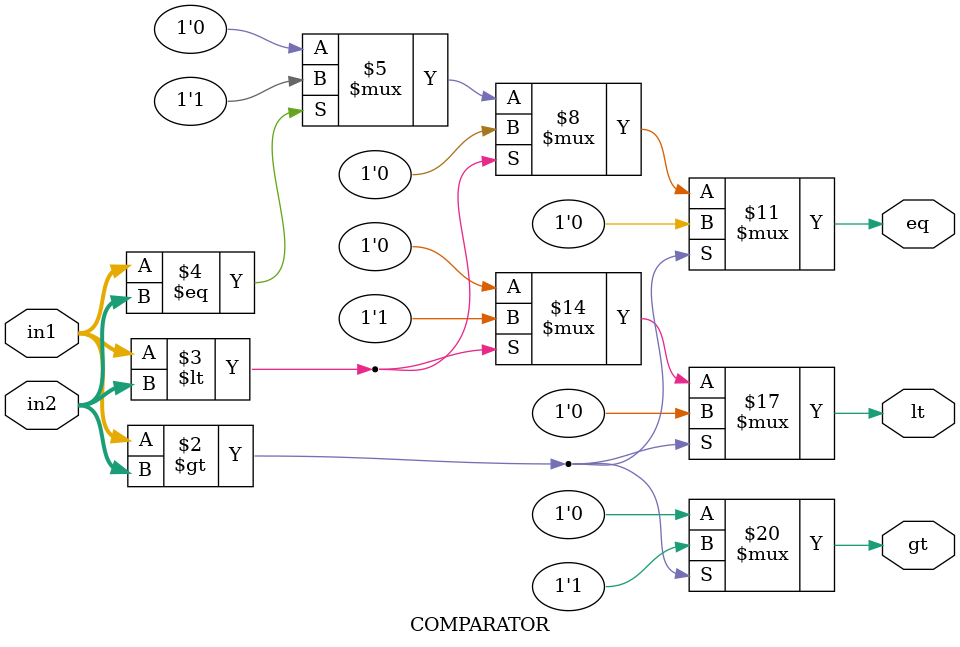
<source format=v>
module COMPARATOR(gt, lt, eq, in1, in2);
	output reg gt, lt, eq;
	input [7:0] in1, in2;
	
	always@(*) begin
		gt<=0;
		lt<=0;
		eq<=0;
		if(in1>in2)
			gt<=1;
		else if(in1<in2)
			lt<=1;
		else if (in1==in2)
			eq<=1;
	end
endmodule
</source>
